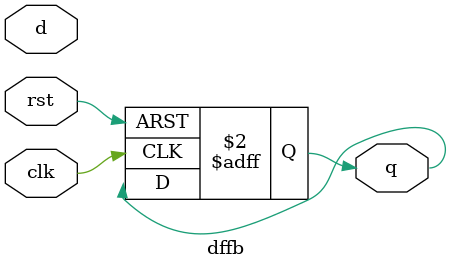
<source format=v>
`timescale 1ns / 1ps


module dffb(q,d,clk,rst);

	input d,clk,rst;
	output reg q;

	always@(posedge clk or posedge rst)
		if(rst)
			q <= 1'b0;
endmodule

</source>
